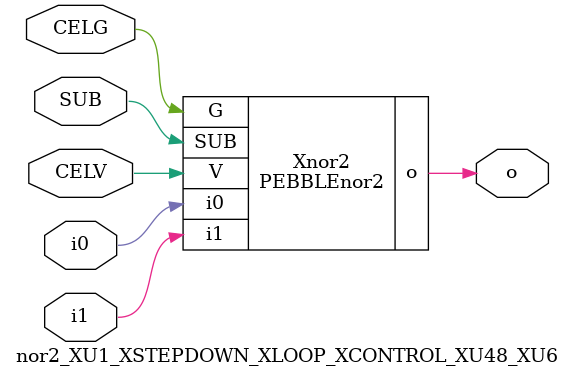
<source format=v>



module PEBBLEnor2 ( o, G, SUB, V, i0, i1 );

  input i0;
  input V;
  input i1;
  input G;
  output o;
  input SUB;
endmodule

//Celera Confidential Do Not Copy nor2_XU1_XSTEPDOWN_XLOOP_XCONTROL_XU48_XU6
//Celera Confidential Symbol Generator
//nor2
module nor2_XU1_XSTEPDOWN_XLOOP_XCONTROL_XU48_XU6 (CELV,CELG,i0,i1,o,SUB);
input CELV;
input CELG;
input i0;
input i1;
input SUB;
output o;

//Celera Confidential Do Not Copy nor2
PEBBLEnor2 Xnor2(
.V (CELV),
.i0 (i0),
.i1 (i1),
.o (o),
.SUB (SUB),
.G (CELG)
);
//,diesize,PEBBLEnor2

//Celera Confidential Do Not Copy Module End
//Celera Schematic Generator
endmodule

</source>
